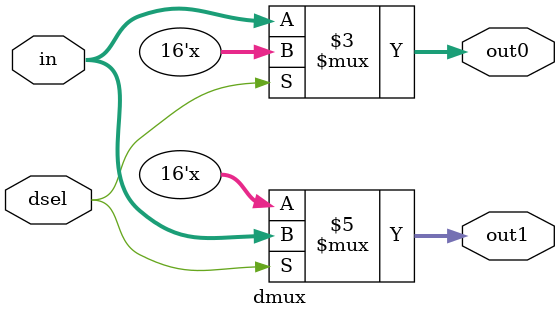
<source format=v>
`timescale 1ns / 1ps


module dmux(
    input dsel, input [15:0] in, output reg [15:0] out0, output reg [15:0] out1
    );
    always @(dsel or in)
        begin
        case (dsel)
            0: out0 = in;
            1: out1 = in;
        endcase
    end
endmodule

</source>
